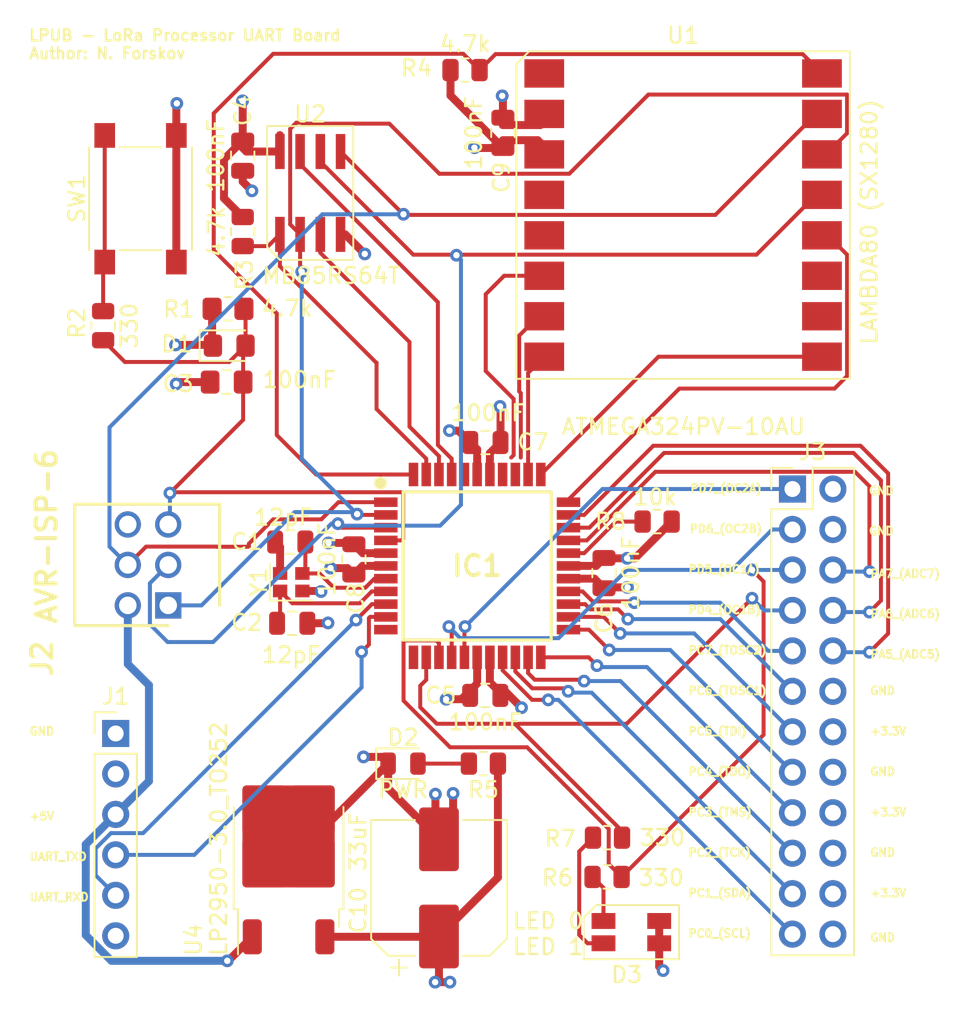
<source format=kicad_pcb>
(kicad_pcb (version 20221018) (generator pcbnew)
  (layers (0 "F.Cu" signal) (1 "In1.Cu" signal) (2 "In2.Cu" signal) (31 "B.Cu" signal) (34 "B.Paste" user) (35 "F.Paste" user) (36 "B.SilkS" user "B.Silkscreen") (37 "F.SilkS" user "F.Silkscreen") (38 "B.Mask" user) (39 "F.Mask" user) (44 "Edge.Cuts" user))
  (net 0 "")
  (net 1 "GND")
  (net 2 "/XTAL2")
  (net 3 "/XTAL1")
  (net 4 "/AVR_RESET")
  (net 5 "+3.3V")
  (net 6 "Net-(D2-A)")
  (net 7 "Net-(D3-A1)")
  (net 8 "Net-(D3-A2)")
  (net 9 "/MOSI")
  (net 10 "/MISO")
  (net 11 "/SCK")
  (net 12 "/UART_RXD")
  (net 13 "/UART_TXD")
  (net 14 "/PD4_(OC1B)")
  (net 15 "/PD5_(OC1A)")
  (net 16 "/PD6_(OC2B)")
  (net 17 "/PD7_(OC2A)")
  (net 18 "/PC0_(SCL)")
  (net 19 "/PC1_(SDA)")
  (net 20 "/PC2_(TCK)")
  (net 21 "/PC3_(TMS)")
  (net 22 "/PC5_(TDI)")
  (net 23 "/PC6_(TOSC1)")
  (net 24 "/PC7_(TOSC2)")
  (net 25 "Net-(IC1-AREF)")
  (net 26 "/PA7_(ADC7)")
  (net 27 "/PA6_(ADC6)")
  (net 28 "/PA5_(ADC5)")
  (net 29 "/LORA_RESET")
  (net 30 "/LORA_DIO3")
  (net 31 "/LORA_DIO2")
  (net 32 "/LORA_DIO1")
  (net 33 "/LORA_BUSY")
  (net 35 "/FRAM_~{HOLD}")
  (net 36 "/FRAM_~{WP}")
  (net 37 "/FRAM_~{CS}")
  (net 38 "/LORA_~{SELECT}")
  (net 40 "+5V")
  (net 47 "Net-(SW1-A)")
  (net 50 "/PC4_(TDO)")
  (footprint "Capacitor_SMD:C_0805_2012Metric" (layer "F.Cu") (at 118.11 91.44)
    (fp_text reference "C5")
    (fp_text value "100nF")
  )
  (footprint "Diode_SMD:D_0805_2012Metric_Pad1.15x1.40mm_HandSolder" (layer "F.Cu") (at 102.0236 69.4864)
    (fp_text reference "D1")
    (fp_text value "D" hide)
  )
  (footprint "DISCO_footprints:LAMBDA80_fp" (layer "F.Cu") (at 130.5434 61.2902 -90)
    (fp_text reference "U1")
    (fp_text value "LAMBDA80 (SX1280)")
  )
  (footprint "Crystal:Crystal_SMD_2016-4Pin_2.0x1.6mm" (layer "F.Cu") (at 105.9198 84.3356)
    (fp_text reference "Y1")
    (fp_text value "Crystal_GND24")
  )
  (footprint "Resistor_SMD:R_0805_2012Metric" (layer "F.Cu") (at 128.91 80.53)
    (fp_text reference "R8")
    (fp_text value "10k")
  )
  (footprint "Capacitor_SMD:C_0805_2012Metric" (layer "F.Cu") (at 105.98 86.91 180)
    (fp_text reference "C2")
    (fp_text value "12pF")
  )
  (footprint "Capacitor_SMD:C_0805_2012Metric" (layer "F.Cu") (at 102.8708 57.5624 -90)
    (fp_text reference "C4")
    (fp_text value "100nF")
  )
  (footprint "Resistor_SMD:R_0805_2012Metric_Pad1.20x1.40mm_HandSolder" (layer "F.Cu") (at 101.947 67.175)
    (fp_text reference "R1")
    (fp_text value "4.7k")
  )
  (footprint "LED_SMD:LED_0805_2012Metric" (layer "F.Cu") (at 112.9439 95.7224)
    (fp_text reference "D2")
    (fp_text value "PWR")
  )
  (footprint "Package_TO_SOT_SMD:TO-252-2" (layer "F.Cu") (at 105.7524 101.553 90)
    (fp_text reference "U4")
    (fp_text value "LP2950-3.0_TO252")
  )
  (footprint "Resistor_SMD:R_0805_2012Metric" (layer "F.Cu") (at 125.7653 102.8344)
    (fp_text reference "R6")
    (fp_text value "330")
  )
  (footprint "DISCO_footprints:dual_LED" (layer "F.Cu") (at 127.29 106.3 -90)
    (fp_text reference "D3")
    (fp_text value "LED_Dual_AAKK" hide)
  )
  (footprint "DISCO_footprints:SW_Push_1P1T_NO_6x6mm_H9.5mm" (layer "F.Cu") (at 96.45 60.265 -90)
    (fp_text reference "SW1")
    (fp_text value "SW_MEC_5G")
  )
  (footprint "Capacitor_SMD:C_0805_2012Metric" (layer "F.Cu") (at 109.855 82.9056 -90)
    (fp_text reference "C8")
    (fp_text value "100nF")
  )
  (footprint "Capacitor_SMD:C_0805_2012Metric_Pad1.18x1.45mm_HandSolder" (layer "F.Cu") (at 101.8587 71.7724 180)
    (fp_text reference "C3")
    (fp_text value "100nF")
  )
  (footprint "Resistor_SMD:R_0805_2012Metric" (layer "F.Cu") (at 117.9943 95.7224 180)
    (fp_text reference "R5")
    (fp_text value "330")
  )
  (footprint "Resistor_SMD:R_0805_2012Metric" (layer "F.Cu") (at 94.1 68.2325 90)
    (fp_text reference "R2")
    (fp_text value "330")
  )
  (footprint "Capacitor_SMD:C_0805_2012Metric" (layer "F.Cu") (at 119.22 56.13 90)
    (fp_text reference "C9")
    (fp_text value "100nF")
  )
  (footprint "Resistor_SMD:R_0805_2012Metric" (layer "F.Cu") (at 125.7926 100.3706)
    (fp_text reference "R7")
    (fp_text value "330")
  )
  (footprint "Connector_PinHeader_2.54mm:PinHeader_1x06_P2.54mm_Vertical" (layer "F.Cu") (at 94.89 93.83)
    (fp_text reference "J1")
    (fp_text value "Conn_01x06_Pin")
  )
  (footprint "Capacitor_SMD:C_0805_2012Metric" (layer "F.Cu") (at 125.5738 83.7654 90)
    (fp_text reference "C6")
    (fp_text value "100nF")
  )
  (footprint "DISCO_footprints:QFP80P1200X1200X120-44N" (layer "F.Cu") (at 117.602 83.312)
    (fp_text reference "IC1")
    (fp_text value "ATMEGA324PA-AU" hide)
  )
  (footprint "Capacitor_SMD:CP_Elec_8x6.2" (layer "F.Cu") (at 115.2022 103.5222 90)
    (fp_text reference "C10")
    (fp_text value "33uF")
  )
  (footprint "Capacitor_SMD:C_0805_2012Metric" (layer "F.Cu") (at 105.8578 81.8122)
    (fp_text reference "C1")
    (fp_text value "12pF")
  )
  (footprint "DISCO_footprints:AVR_ISP_CON" (layer "F.Cu") (at 98.19 85.79 90)
    (fp_text reference "J2")
    (fp_text value "AVR-ISP-6")
  )
  (footprint "Resistor_SMD:R_0805_2012Metric" (layer "F.Cu") (at 116.84 52.19)
    (fp_text reference "R4")
    (fp_text value "4.7k")
  )
  (footprint "DISCO_footprints:FRAM_fujitsu" (layer "F.Cu") (at 107.1126 59.9014)
    (fp_text reference "U2")
    (fp_text value "MB85RS64T")
  )
  (footprint "Capacitor_SMD:C_0805_2012Metric" (layer "F.Cu") (at 118.1202 75.565 180)
    (fp_text reference "C7")
    (fp_text value "100nF")
  )
  (footprint "Connector_PinHeader_2.54mm:PinHeader_2x12_P2.54mm_Vertical" (layer "F.Cu") (at 137.414 78.486)
    (fp_text reference "J3")
    (fp_text value "Conn_02x10_Odd_Even")
  )
  (footprint "Resistor_SMD:R_0805_2012Metric" (layer "F.Cu") (at 102.8708 62.3255 -90)
    (fp_text reference "R3")
    (fp_text value "4.7k")
  )
  (gr_text "PC6_(TOSC1)" (at 130.81 91.44) (layer "F.SilkS") (effects (font (size 0.5 0.5) (thickness 0.125)) (justify left bottom)))
  (gr_text "+5V" (at 89.408 99.314) (layer "F.SilkS") (effects (font (size 0.5 0.5) (thickness 0.125)) (justify left bottom)))
  (gr_text "PC7_(TOSC2)" (at 130.81 88.9) (layer "F.SilkS") (effects (font (size 0.5 0.5) (thickness 0.125)) (justify left bottom)))
  (gr_text "PA5_(ADC5)" (at 142.24 89.154) (layer "F.SilkS") (effects (font (size 0.5 0.5) (thickness 0.125)) (justify left bottom)))
  (gr_text "GND" (at 89.408 93.98) (layer "F.SilkS") (effects (font (size 0.5 0.5) (thickness 0.125)) (justify left bottom)))
  (gr_text "UART_TXD" (at 89.408 101.854) (layer "F.SilkS") (effects (font (size 0.5 0.5) (thickness 0.125)) (justify left bottom)))
  (gr_text "PA6_(ADC6)" (at 142.24 86.614) (layer "F.SilkS") (effects (font (size 0.5 0.5) (thickness 0.125)) (justify left bottom)))
  (gr_text "+3.3V" (at 142.24 99.06) (layer "F.SilkS") (effects (font (size 0.5 0.5) (thickness 0.125)) (justify left bottom)))
  (gr_text "GND" (at 142.15 81.41) (layer "F.SilkS") (effects (font (size 0.5 0.5) (thickness 0.125)) (justify left bottom)))
  (gr_text "+3.3V" (at 142.24 93.98) (layer "F.SilkS") (effects (font (size 0.5 0.5) (thickness 0.125)) (justify left bottom)))
  (gr_text "PC0_(SCL)" (at 130.81 106.68) (layer "F.SilkS") (effects (font (size 0.5 0.5) (thickness 0.125)) (justify left bottom)))
  (gr_text "GND" (at 142.24 91.44) (layer "F.SilkS") (effects (font (size 0.5 0.5) (thickness 0.125)) (justify left bottom)))
  (gr_text "GND" (at 142.24 96.52) (layer "F.SilkS") (effects (font (size 0.5 0.5) (thickness 0.125)) (justify left bottom)))
  (gr_text "ATMEGA324PV-10AU" (at 122.825 75.15) (layer "F.SilkS") (effects (font (size 1 1)) (justify left bottom)))
  (gr_text "PD7_(OC2A)" (at 130.93 78.74) (layer "F.SilkS") (effects (font (size 0.5 0.5) (thickness 0.125)) (justify left bottom)))
  (gr_text "UART_RXD" (at 89.408 104.394) (layer "F.SilkS") (effects (font (size 0.5 0.5) (thickness 0.125)) (justify left bottom)))
  (gr_text "PD5_(OC1A)" (at 130.81 83.82) (layer "F.SilkS") (effects (font (size 0.5 0.5) (thickness 0.125)) (justify left bottom)))
  (gr_text "GND" (at 142.15 78.89) (layer "F.SilkS") (effects (font (size 0.5 0.5) (thickness 0.125)) (justify left bottom)))
  (gr_text "PC3_(TMS)" (at 130.81 99.06) (layer "F.SilkS") (effects (font (size 0.5 0.5) (thickness 0.125)) (justify left bottom)))
  (gr_text "PD4_(OC1B)" (at 130.81 86.36) (layer "F.SilkS") (effects (font (size 0.5 0.5) (thickness 0.125)) (justify left bottom)))
  (gr_text "LPUB - LoRa Processor UART Board\nAuthor: N. Forskov" (at 89.375 51.55) (layer "F.SilkS") (effects (font (size 0.7 0.7)) (justify left bottom)))
  (gr_text "+3.3V" (at 142.24 104.14) (layer "F.SilkS") (effects (font (size 0.5 0.5) (thickness 0.125)) (justify left bottom)))
  (gr_text "PC1_(SDA)" (at 130.81 104.14) (layer "F.SilkS") (effects (font (size 0.5 0.5) (thickness 0.125)) (justify left bottom)))
  (gr_text "GND" (at 142.24 106.934) (layer "F.SilkS") (effects (font (size 0.5 0.5) (thickness 0.125)) (justify left bottom)))
  (gr_text "PA7_(ADC7)" (at 142.24 84.1) (layer "F.SilkS") (effects (font (size 0.5 0.5) (thickness 0.125)) (justify left bottom)))
  (gr_text "PC4_(TDO)" (at 130.81 96.52) (layer "F.SilkS") (effects (font (size 0.5 0.5) (thickness 0.125)) (justify left bottom)))
  (gr_text "PC2_(TCK)" (at 130.81 101.6) (layer "F.SilkS") (effects (font (size 0.5 0.5) (thickness 0.125)) (justify left bottom)))
  (gr_text "PC5_(TDI)" (at 130.81 93.98) (layer "F.SilkS") (effects (font (size 0.5 0.5) (thickness 0.125)) (justify left bottom)))
  (gr_text "LED 0\nLED 1" (at 119.75 107.8) (layer "F.SilkS") (effects (font (size 1 1)) (justify left bottom)))
  (gr_text "GND" (at 142.24 101.6) (layer "F.SilkS") (effects (font (size 0.5 0.5) (thickness 0.125)) (justify left bottom)))
  (gr_text "PD6_(OC2B)" (at 130.89 81.28) (layer "F.SilkS") (effects (font (size 0.5 0.5) (thickness 0.125)) (justify left bottom)))
  (segment (start 125.5738 82.8154) (end 125.0772 83.312) (width 0.5) (layer "F.Cu") (net 1))
  (segment (start 110.46 95.3) (end 111.584 95.3) (width 0.5) (layer "F.Cu") (net 1))
  (segment (start 102.8708 58.5124) (end 102.8708 59.1908) (width 0.5) (layer "F.Cu") (net 1))
  (segment (start 114.98 100.25) (end 115.2022 100.4722) (width 0.5) (layer "F.Cu") (net 1))
  (segment (start 109.3114 62.5014) (end 110.54 63.73) (width 0.5) (layer "F.Cu") (net 1))
  (segment (start 98.7 64.24) (end 98.7 56.29) (width 0.5) (layer "F.Cu") (net 1))
  (segment (start 111.584 95.3) (end 112.0064 95.7224) (width 0.5) (layer "F.Cu") (net 1))
  (segment (start 117.1702 75.565) (end 117.602 75.9968) (width 0.5) (layer "F.Cu") (net 1))
  (segment (start 129.04 107) (end 129.04 108.466) (width 0.5) (layer "F.Cu") (net 1))
  (segment (start 112.0064 95.7224) (end 107.4358 100.293) (width 0.5) (layer "F.Cu") (net 1))
  (segment (start 129.04 108.466) (end 129.286 108.712) (width 0.5) (layer "F.Cu") (net 1))
  (segment (start 114.98 97.64) (end 114.98 100.25) (width 0.5) (layer "F.Cu") (net 1))
  (segment (start 108.21 86.91) (end 108.23 86.89) (width 0.5) (layer "F.Cu") (net 1))
  (segment (start 112.0064 97.2764) (end 112.0064 95.7224) (width 0.5) (layer "F.Cu") (net 1))
  (segment (start 119.3836 91.2036) (end 120.39 92.21) (width 0.5) (layer "F.Cu") (net 1))
  (segment (start 108.39 83.45) (end 109.4494 83.45) (width 0.5) (layer "F.Cu") (net 1))
  (segment (start 125.0772 83.312) (end 123.34 83.312) (width 0.5) (layer "F.Cu") (net 1))
  (segment (start 116.09 99.5844) (end 115.2022 100.4722) (width 0.5) (layer "F.Cu") (net 1))
  (segment (start 129.04 105.6) (end 129.04 107) (width 0.5) (layer "F.Cu") (net 1))
  (segment (start 98.8076 71.7724) (end 98.69 71.89) (width 0.5) (layer "F.Cu") (net 1))
  (segment (start 115.2022 100.4722) (end 112.0064 97.2764) (width 0.5) (layer "F.Cu") (net 1))
  (segment (start 98.7 56.29) (end 98.7 54.31) (width 0.5) (layer "F.Cu") (net 1))
  (segment (start 127.5167 82.8358) (end 127.0216 82.8358) (width 0.5) (layer "F.Cu") (net 1))
  (segment (start 119.2114 55.64) (end 121.57 55.64) (width 0.5) (layer "F.Cu") (net 1))
  (segment (start 107.4358 100.293) (end 105.7524 100.293) (width 0.5) (layer "F.Cu") (net 1))
  (segment (start 116.09 97.59) (end 116.09 99.5844) (width 0.5) (layer "F.Cu") (net 1))
  (segment (start 125.5942 82.8358) (end 125.5738 82.8154) (width 0.5) (layer "F.Cu") (net 1))
  (segment (start 105.2198 83.7856) (end 105.2198 82.1242) (width 0.5) (layer "F.Cu") (net 1))
  (segment (start 105.2198 82.1242) (end 104.9078 81.8122) (width 0.5) (layer "F.Cu") (net 1))
  (segment (start 118.994 91.2036) (end 119.3836 91.2036) (width 0.5) (layer "F.Cu") (net 1))
  (segment (start 109.4494 83.45) (end 109.855 83.8556) (width 0.5) (layer "F.Cu") (net 1))
  (segment (start 118.402 90.6116) (end 118.402 89.05) (width 0.5) (layer "F.Cu") (net 1))
  (segment (start 109.0176 62.5014) (end 109.3114 62.5014) (width 0.5) (layer "F.Cu") (net 1))
  (segment (start 107.7556 84.8856) (end 107.79 84.92) (width 0.5) (layer "F.Cu") (net 1))
  (segment (start 121.57 55.64) (end 121.8098 55.4002) (width 0.5) (layer "F.Cu") (net 1))
  (segment (start 98.7 54.31) (end 98.73 54.28) (width 0.5) (layer "F.Cu") (net 1))
  (segment (start 106.6198 84.8856) (end 107.7556 84.8856) (width 0.5) (layer "F.Cu") (net 1))
  (segment (start 117.602 75.9968) (end 117.602 77.574) (width 0.5) (layer "F.Cu") (net 1))
  (segment (start 119.22 53.8494) (end 119.1766 53.806) (width 0.5) (layer "F.Cu") (net 1))
  (segment (start 109.855 83.8556) (end 110.3986 83.312) (width 0.5) (layer "F.Cu") (net 1))
  (segment (start 119.22 55.18) (end 119.22 53.8494) (width 0.5) (layer "F.Cu") (net 1))
  (segment (start 100.8212 71.7724) (end 98.8076 71.7724) (width 0.5) (layer "F.Cu") (net 1))
  (segment (start 127.0216 82.8358) (end 125.5942 82.8358) (width 0.5) (layer "F.Cu") (net 1))
  (segment (start 116.4252 74.82) (end 117.1702 75.565) (width 0.5) (layer "F.Cu") (net 1))
  (segment (start 102.8708 59.1908) (end 103.45 59.77) (width 0.5) (layer "F.Cu") (net 1))
  (segment (start 115.86 74.82) (end 116.4252 74.82) (width 0.5) (layer "F.Cu") (net 1))
  (segment (start 129.8225 80.53) (end 127.5167 82.8358) (width 0.5) (layer "F.Cu") (net 1))
  (segment (start 118.994 91.2036) (end 118.402 90.6116) (width 0.5) (layer "F.Cu") (net 1))
  (segment (start 106.93 86.91) (end 108.21 86.91) (width 0.5) (layer "F.Cu") (net 1))
  (segment (start 94.89 93.83) (end 94.375 93.315) (width 0.5) (layer "F.Cu") (net 1))
  (segment (start 110.3986 83.312) (end 111.864 83.312) (width 0.5) (layer "F.Cu") (net 1))
  (via (at 103.45 59.77) (size 0.8) (drill 0.4) (layers "F.Cu" "B.Cu") (net 1))
  (via (at 110.46 95.3) (size 0.8) (drill 0.4) (layers "F.Cu" "B.Cu") (net 1))
  (via (at 108.39 83.45) (size 0.8) (drill 0.4) (layers "F.Cu" "B.Cu") (net 1))
  (via (at 119.1766 53.806) (size 0.8) (drill 0.4) (layers "F.Cu" "B.Cu") (net 1))
  (via (at 129.286 108.712) (size 0.8) (drill 0.4) (layers "F.Cu" "B.Cu") (net 1))
  (via (at 127.0216 82.8358) (size 0.8) (drill 0.4) (layers "F.Cu" "B.Cu") (net 1))
  (via (at 115.86 74.82) (size 0.8) (drill 0.4) (layers "F.Cu" "B.Cu") (net 1))
  (via (at 98.69 71.89) (size 0.8) (drill 0.4) (layers "F.Cu" "B.Cu") (net 1))
  (via (at 107.79 84.92) (size 0.8) (drill 0.4) (layers "F.Cu" "B.Cu") (net 1))
  (via (at 114.98 97.64) (size 0.8) (drill 0.4) (layers "F.Cu" "B.Cu") (net 1))
  (via (at 98.73 54.28) (size 0.8) (drill 0.4) (layers "F.Cu" "B.Cu") (net 1))
  (via (at 120.39 92.21) (size 0.8) (drill 0.4) (layers "F.Cu" "B.Cu") (net 1))
  (via (at 108.23 86.89) (size 0.8) (drill 0.4) (layers "F.Cu" "B.Cu") (net 1))
  (via (at 116.09 97.59) (size 0.8) (drill 0.4) (layers "F.Cu" "B.Cu") (net 1))
  (via (at 110.54 63.73) (size 0.8) (drill 0.4) (layers "F.Cu" "B.Cu") (net 1))
  (segment (start 111.1437 84.112) (end 111.864 84.112) (width 0.25) (layer "F.Cu") (net 2))
  (segment (start 110.5751 84.6806) (end 111.1437 84.112) (width 0.25) (layer "F.Cu") (net 2))
  (segment (start 106.6198 83.7856) (end 107.700295 83.7856) (width 0.25) (layer "F.Cu") (net 2))
  (segment (start 106.8078 81.8122) (end 106.8078 83.5976) (width 0.25) (layer "F.Cu") (net 2))
  (segment (start 108.595295 84.6806) (end 110.5751 84.6806) (width 0.25) (layer "F.Cu") (net 2))
  (segment (start 107.700295 83.7856) (end 108.595295 84.6806) (width 0.25) (layer "F.Cu") (net 2))
  (segment (start 106.8078 83.5976) (end 106.6198 83.7856) (width 0.25) (layer "F.Cu") (net 2))
  (segment (start 105.2198 84.8856) (end 105.9942 85.66) (width 0.25) (layer "F.Cu") (net 3))
  (segment (start 105.2198 86.7202) (end 105.03 86.91) (width 0.25) (layer "F.Cu") (net 3))
  (segment (start 105.9942 85.66) (end 110.232096 85.66) (width 0.25) (layer "F.Cu") (net 3))
  (segment (start 110.980096 84.912) (end 111.864 84.912) (width 0.25) (layer "F.Cu") (net 3))
  (segment (start 110.232096 85.66) (end 110.980096 84.912) (width 0.25) (layer "F.Cu") (net 3))
  (segment (start 105.2198 84.8856) (end 105.2198 86.7202) (width 0.25) (layer "F.Cu") (net 3))
  (segment (start 98.351 78.687) (end 98.298 78.74) (width 0.25) (layer "F.Cu") (net 4))
  (segment (start 102.8962 71.7724) (end 102.8962 74.1418) (width 0.25) (layer "F.Cu") (net 4))
  (segment (start 103.0486 69.4864) (end 103.0486 67.2766) (width 0.25) (layer "F.Cu") (net 4))
  (segment (start 112.927 78.687) (end 98.351 78.687) (width 0.25) (layer "F.Cu") (net 4))
  (segment (start 112.95 78.71) (end 112.927 78.687) (width 0.25) (layer "F.Cu") (net 4))
  (segment (start 102.8962 69.6388) (end 103.0486 69.4864) (width 0.25) (layer "F.Cu") (net 4))
  (segment (start 102.8962 74.1418) (end 98.298 78.74) (width 0.25) (layer "F.Cu") (net 4))
  (segment (start 94.1 69.145) (end 95.4664 70.5114) (width 0.25) (layer "F.Cu") (net 4))
  (segment (start 112.8515 81.712) (end 112.95 81.6135) (width 0.25) (layer "F.Cu") (net 4))
  (segment (start 95.4664 70.5114) (end 102.0236 70.5114) (width 0.25) (layer "F.Cu") (net 4))
  (segment (start 111.864 81.712) (end 112.8515 81.712) (width 0.25) (layer "F.Cu") (net 4))
  (segment (start 102.0236 70.5114) (end 103.0486 69.4864) (width 0.25) (layer "F.Cu") (net 4))
  (segment (start 102.8962 71.7724) (end 102.8962 69.6388) (width 0.25) (layer "F.Cu") (net 4))
  (segment (start 112.95 81.6135) (end 112.95 78.71) (width 0.25) (layer "F.Cu") (net 4))
  (segment (start 103.0486 67.2766) (end 102.947 67.175) (width 0.25) (layer "F.Cu") (net 4))
  (via (at 98.298 78.74) (size 0.8) (drill 0.4) (layers "F.Cu" "B.Cu") (net 4))
  (segment (start 98.298 78.74) (end 98.298 80.602) (width 0.25) (layer "B.Cu") (net 4))
  (segment (start 98.298 80.602) (end 98.19 80.71) (width 0.25) (layer "B.Cu") (net 4))
  (segment (start 108.0324 106.593) (end 115.1814 106.593) (width 0.5) (layer "F.Cu") (net 5))
  (segment (start 114.96 109.44) (end 115.89 109.44) (width 0.5) (layer "F.Cu") (net 5))
  (segment (start 115.9275 52.19) (end 115.9275 53.7875) (width 0.5) (layer "F.Cu") (net 5))
  (segment (start 115.2022 106.5722) (end 118.9068 102.8676) (width 0.5) (layer "F.Cu") (net 5))
  (segment (start 117.602 90.6956) (end 117.602 89.05) (width 0.5) (layer "F.Cu") (net 5))
  (segment (start 118.402 76.2332) (end 118.402 77.574) (width 0.5) (layer "F.Cu") (net 5))
  (segment (start 102.8708 56.6124) (end 102.8708 57.0708) (width 0.5) (layer "F.Cu") (net 5))
  (segment (start 100.9522 69.44) (end 100.9986 69.4864) (width 0.5) (layer "F.Cu") (net 5))
  (segment (start 115.9275 53.7875) (end 119.22 57.08) (width 0.5) (layer "F.Cu") (net 5))
  (segment (start 109.855 81.9556) (end 110.4114 82.512) (width 0.5) (layer "F.Cu") (net 5))
  (segment (start 101.6958 60.238) (end 101.6958 57.7874) (width 0.5) (layer "F.Cu") (net 5))
  (segment (start 117.094 91.2036) (end 117.602 90.6956) (width 0.5) (layer "F.Cu") (net 5))
  (segment (start 118.9068 102.8676) (end 118.9068 95.7224) (width 0.5) (layer "F.Cu") (net 5))
  (segment (start 125.5738 84.7154) (end 124.9704 84.112) (width 0.5) (layer "F.Cu") (net 5))
  (segment (start 119.0702 75.565) (end 118.402 76.2332) (width 0.5) (layer "F.Cu") (net 5))
  (segment (start 115.2022 106.5722) (end 115.2022 109.1978) (width 0.5) (layer "F.Cu") (net 5))
  (segment (start 119.0702 73.3302) (end 119.04 73.3) (width 0.5) (layer "F.Cu") (net 5))
  (segment (start 98.65 69.44) (end 100.9522 69.44) (width 0.5) (layer "F.Cu") (net 5))
  (segment (start 101.6958 57.7874) (end 102.8708 56.6124) (width 0.5) (layer "F.Cu") (net 5))
  (segment (start 103.1014 57.3014) (end 105.2076 57.3014) (width 0.5) (layer "F.Cu") (net 5))
  (segment (start 102.8708 56.6124) (end 102.8708 54.1308) (width 0.5) (layer "F.Cu") (net 5))
  (segment (start 121.4098 56.5898) (end 121.81 56.99) (width 0.5) (layer "F.Cu") (net 5))
  (segment (start 100.947 67.175) (end 100.947 69.4348) (width 0.5) (layer "F.Cu") (net 5))
  (segment (start 119.2116 56.5898) (end 121.4098 56.5898) (width 0.5) (layer "F.Cu") (net 5))
  (segment (start 115.1814 106.593) (end 115.2022 106.5722) (width 0.5) (layer "F.Cu") (net 5))
  (segment (start 115.2022 109.1978) (end 114.96 109.44) (width 0.5) (layer "F.Cu") (net 5))
  (segment (start 100.947 69.4348) (end 100.9986 69.4864) (width 0.5) (layer "F.Cu") (net 5))
  (segment (start 105.2076 56.2714) (end 105.2076 57.3014) (width 0.5) (layer "F.Cu") (net 5))
  (segment (start 108.26 81.87) (end 109.7694 81.87) (width 0.5) (layer "F.Cu") (net 5))
  (segment (start 102.8708 54.1308) (end 102.86 54.12) (width 0.5) (layer "F.Cu") (net 5))
  (segment (start 124.9704 84.112) (end 123.34 84.112) (width 0.5) (layer "F.Cu") (net 5))
  (segment (start 125.6292 84.66) (end 125.5738 84.7154) (width 0.5) (layer "F.Cu") (net 5))
  (segment (start 110.4114 82.512) (end 111.864 82.512) (width 0.5) (layer "F.Cu") (net 5))
  (segment (start 115.65 91.68) (end 116.6176 91.68) (width 0.5) (layer "F.Cu") (net 5))
  (segment (start 119.22 57.08) (end 117.45 57.08) (width 0.5) (layer "F.Cu") (net 5))
  (segment (start 127.05 84.66) (end 125.6292 84.66) (width 0.5) (layer "F.Cu") (net 5))
  (segment (start 102.8708 57.0708) (end 103.1014 57.3014) (width 0.5) (layer "F.Cu") (net 5))
  (segment (start 109.7694 81.87) (end 109.855 81.9556) (width 0.5) (layer "F.Cu") (net 5))
  (segment (start 102.8708 61.413) (end 102.8708 61.528622) (width 0.5) (layer "F.Cu") (net 5))
  (segment (start 119.0702 75.565) (end 119.0702 73.3302) (width 0.5) (layer "F.Cu") (net 5))
  (segment (start 116.6176 91.68) (end 117.094 91.2036) (width 0.5) (layer "F.Cu") (net 5))
  (segment (start 102.8708 61.413) (end 101.6958 60.238) (width 0.5) (layer "F.Cu") (net 5))
  (segment (start 117.45 57.08) (end 117.43 57.06) (width 0.5) (layer "F.Cu") (net 5))
  (via (at 117.43 57.06) (size 0.8) (drill 0.4) (layers "F.Cu" "B.Cu") (net 5))
  (via (at 115.89 109.44) (size 0.8) (drill 0.4) (layers "F.Cu" "B.Cu") (net 5))
  (via (at 108.26 81.87) (size 0.8) (drill 0.4) (layers "F.Cu" "B.Cu") (net 5))
  (via (at 102.86 54.12) (size 0.8) (drill 0.4) (layers "F.Cu" "B.Cu") (net 5))
  (via (at 115.65 91.68) (size 0.8) (drill 0.4) (layers "F.Cu" "B.Cu") (net 5))
  (via (at 114.96 109.44) (size 0.8) (drill 0.4) (layers "F.Cu" "B.Cu") (net 5))
  (via (at 119.04 73.3) (size 0.8) (drill 0.4) (layers "F.Cu" "B.Cu") (net 5))
  (via (at 98.65 69.44) (size 0.8) (drill 0.4) (layers "F.Cu" "B.Cu") (net 5))
  (via (at 127.05 84.66) (size 0.8) (drill 0.4) (layers "F.Cu" "B.Cu") (net 5))
  (segment (start 117.0818 95.7224) (end 113.8814 95.7224) (width 0.25) (layer "F.Cu") (net 6))
  (segment (start 125.54 103.5216) (end 124.8528 102.8344) (width 0.25) (layer "F.Cu") (net 7))
  (segment (start 125.54 105.6) (end 125.54 103.5216) (width 0.25) (layer "F.Cu") (net 7))
  (segment (start 124.0153 101.2354) (end 124.8801 100.3706) (width 0.25) (layer "F.Cu") (net 8))
  (segment (start 124.0153 106.4753) (end 124.0153 101.2354) (width 0.25) (layer "F.Cu") (net 8))
  (segment (start 124.54 107) (end 124.0153 106.4753) (width 0.25) (layer "F.Cu") (net 8))
  (segment (start 125.54 107) (end 124.54 107) (width 0.25) (layer "F.Cu") (net 8))
  (segment (start 112.97 61.24) (end 112.9562 61.24) (width 0.25) (layer "F.Cu") (net 9))
  (segment (start 104.7849 80.39) (end 103.26 81.9149) (width 0.25) (layer "F.Cu") (net 9))
  (segment (start 108.888 79.312) (end 107.81 80.39) (width 0.25) (layer "F.Cu") (net 9))
  (segment (start 101.253604 82.11) (end 101.243604 82.1) (width 0.25) (layer "F.Cu") (net 9))
  (segment (start 112.9962 61.28) (end 112.97 61.2538) (width 0.25) (layer "F.Cu") (net 9))
  (segment (start 96.8 82.1) (end 101.243604 82.1) (width 0.25) (layer "F.Cu") (net 9))
  (segment (start 107.81 80.39) (end 104.7849 80.39) (width 0.25) (layer "F.Cu") (net 9))
  (segment (start 112.97 61.2538) (end 112.97 61.24) (width 0.25) (layer "F.Cu") (net 9))
  (segment (start 111.864 79.312) (end 108.888 79.312) (width 0.25) (layer "F.Cu") (net 9))
  (segment (start 138.9084 54.9402) (end 132.5686 61.28) (width 0.25) (layer "F.Cu") (net 9))
  (segment (start 103.26 81.9149) (end 103.26 82.11) (width 0.25) (layer "F.Cu") (net 9))
  (segment (start 139.2684 54.9402) (end 138.9084 54.9402) (width 0.25) (layer "F.Cu") (net 9))
  (segment (start 95.65 83.25) (end 96.8 82.1) (width 0.25) (layer "F.Cu") (net 9))
  (segment (start 103.26 82.11) (end 101.253604 82.11) (width 0.25) (layer "F.Cu") (net 9))
  (segment (start 132.5686 61.28) (end 112.9962 61.28) (width 0.25) (layer "F.Cu") (net 9))
  (segment (start 112.9562 61.24) (end 109.0176 57.3014) (width 0.25) (layer "F.Cu") (net 9))
  (via (at 112.97 61.24) (size 0.8) (drill 0.4) (layers "F.Cu" "B.Cu") (net 9))
  (segment (start 112.97 61.24) (end 107.875305 61.24) (width 0.25) (layer "B.Cu") (net 9))
  (segment (start 107.875305 61.24) (end 94.5 74.615305) (width 0.25) (layer "B.Cu") (net 9))
  (segment (start 94.5 82.1) (end 95.65 83.25) (width 0.25) (layer "B.Cu") (net 9))
  (segment (start 94.5 74.615305) (end 94.5 82.1) (width 0.25) (layer "B.Cu") (net 9))
  (segment (start 139.2684 57.4802) (end 139.5184 57.4802) (width 0.25) (layer "F.Cu") (net 10))
  (segment (start 110.112 80.112) (end 110.06 80.06) (width 0.25) (layer "F.Cu") (net 10))
  (segment (start 111.864 80.112) (end 110.112 80.112) (width 0.25) (layer "F.Cu") (net 10))
  (segment (start 106.4776 62.5014) (end 106.4776 64.7476) (width 0.25) (layer "F.Cu") (net 10))
  (segment (start 128.3634 53.7252) (end 123.3934 58.6952) (width 0.25) (layer "F.Cu") (net 10))
  (segment (start 140.8434 56.1552) (end 140.8434 53.7252) (width 0.25) (layer "F.Cu") (net 10))
  (segment (start 106.239 55.49) (end 105.8526 55.8764) (width 0.25) (layer "F.Cu") (net 10))
  (segment (start 115.2252 58.6952) (end 112.08 55.55) (width 0.25) (layer "F.Cu") (net 10))
  (segment (start 139.5184 57.4802) (end 140.8434 56.1552) (width 0.25) (layer "F.Cu") (net 10))
  (segment (start 106.58 55.49) (end 106.239 55.49) (width 0.25) (layer "F.Cu") (net 10))
  (segment (start 105.8526 55.8764) (end 105.8526 61.8764) (width 0.25) (layer "F.Cu") (net 10))
  (segment (start 140.8434 53.7252) (end 128.3634 53.7252) (width 0.25) (layer "F.Cu") (net 10))
  (segment (start 123.3934 58.6952) (end 115.2252 58.6952) (width 0.25) (layer "F.Cu") (net 10))
  (segment (start 106.64 55.55) (end 106.58 55.49) (width 0.25) (layer "F.Cu") (net 10))
  (segment (start 106.4776 64.7476) (end 106.58 64.85) (width 0.25) (layer "F.Cu") (net 10))
  (segment (start 110.06 80.06) (end 109.935 79.935) (width 0.25) (layer "F.Cu") (net 10))
  (segment (start 105.8526 61.8764) (end 106.4776 62.5014) (width 0.25) (layer "F.Cu") (net 10))
  (segment (start 112.08 55.55) (end 106.64 55.55) (width 0.25) (layer "F.Cu") (net 10))
  (via (at 106.58 64.85) (size 0.8) (drill 0.4) (layers "F.Cu" "B.Cu") (net 10))
  (via (at 110.06 80.06) (size 0.8) (drill 0.4) (layers "F.Cu" "B.Cu") (net 10))
  (segment (start 110.06 80.06) (end 109.935 79.935) (width 0.25) (layer "B.Cu") (net 10))
  (segment (start 109.935 79.935) (end 106.135 79.935) (width 0.25) (layer "B.Cu") (net 10))
  (segment (start 100.28 85.79) (end 98.19 85.79) (width 0.25) (layer "B.Cu") (net 10))
  (segment (start 106.58 64.85) (end 106.58 76.58) (width 0.25) (layer "B.Cu") (net 10))
  (segment (start 106.135 79.935) (end 100.28 85.79) (width 0.25) (layer "B.Cu") (net 10))
  (segment (start 106.58 76.58) (end 110.06 80.06) (width 0.25) (layer "B.Cu") (net 10))
  (segment (start 111.864 80.912) (end 109.102 80.912) (width 0.25) (layer "F.Cu") (net 11))
  (segment (start 139.2684 60.0202) (end 138.9084 60.0202) (width 0.25) (layer "F.Cu") (net 11))
  (segment (start 138.9084 60.0202) (end 135.1534 63.7752) (width 0.25) (layer "F.Cu") (net 11))
  (segment (start 135.1534 63.7752) (end 116.3348 63.7752) (width 0.25) (layer "F.Cu") (net 11))
  (segment (start 109.102 80.912) (end 108.85 80.66) (width 0.25) (layer "F.Cu") (net 11))
  (segment (start 107.7476 57.9376) (end 107.7476 57.3014) (width 0.25) (layer "F.Cu") (net 11))
  (segment (start 116.2652 63.7752) (end 113.5852 63.7752) (width 0.25) (layer "F.Cu") (net 11))
  (segment (start 113.5852 63.7752) (end 107.7476 57.9376) (width 0.25) (layer "F.Cu") (net 11))
  (segment (start 116.3348 63.7752) (end 116.3 63.81) (width 0.25) (layer "F.Cu") (net 11))
  (segment (start 116.3 63.81) (end 116.2652 63.7752) (width 0.25) (layer "F.Cu") (net 11))
  (via (at 108.85 80.66) (size 0.8) (drill 0.4) (layers "F.Cu" "B.Cu") (net 11))
  (via (at 116.3 63.81) (size 0.8) (drill 0.4) (layers "F.Cu" "B.Cu") (net 11))
  (segment (start 98.15 88.09) (end 97.04 86.98) (width 0.25) (layer "B.Cu") (net 11))
  (segment (start 115.275 80.785) (end 108.975 80.785) (width 0.25) (layer "B.Cu") (net 11))
  (segment (start 116.3 63.81) (end 116.585 64.095) (width 0.25) (layer "B.Cu") (net 11))
  (segment (start 108.85 80.66) (end 108.444695 80.66) (width 0.25) (layer "B.Cu") (net 11))
  (segment (start 116.585 79.475) (end 115.275 80.785) (width 0.25) (layer "B.Cu") (net 11))
  (segment (start 97.04 86.98) (end 97.04 84.4) (width 0.25) (layer "B.Cu") (net 11))
  (segment (start 116.585 64.095) (end 116.585 79.475) (width 0.25) (layer "B.Cu") (net 11))
  (segment (start 101.014695 88.09) (end 98.15 88.09) (width 0.25) (layer "B.Cu") (net 11))
  (segment (start 108.444695 80.66) (end 101.014695 88.09) (width 0.25) (layer "B.Cu") (net 11))
  (segment (start 108.975 80.785) (end 108.85 80.66) (width 0.25) (layer "B.Cu") (net 11))
  (segment (start 97.04 84.4) (end 98.19 83.25) (width 0.25) (layer "B.Cu") (net 11))
  (segment (start 110.988 85.712) (end 111.864 85.712) (width 0.25) (layer "F.Cu") (net 12))
  (segment (start 109.99 86.71) (end 110.988 85.712) (width 0.25) (layer "F.Cu") (net 12))
  (via (at 109.99 86.71) (size 0.8) (drill 0.4) (layers "F.Cu" "B.Cu") (net 12))
  (segment (start 94.593299 100.085) (end 93.63 101.048299) (width 0.25) (layer "B.Cu") (net 12))
  (segment (start 109.99 86.71) (end 96.615 100.085) (width 0.25) (layer "B.Cu") (net 12))
  (segment (start 93.63 101.048299) (end 93.63 102.73) (width 0.25) (layer "B.Cu") (net 12))
  (segment (start 93.63 102.73) (end 94.89 103.99) (width 0.25) (layer "B.Cu") (net 12))
  (segment (start 96.615 100.085) (end 94.593299 100.085) (width 0.25) (layer "B.Cu") (net 12))
  (segment (start 110.8765 86.512) (end 111.864 86.512) (width 0.25) (layer "F.Cu") (net 13))
  (segment (start 110.8015 86.587) (end 110.8765 86.512) (width 0.25) (layer "F.Cu") (net 13))
  (segment (start 110.8015 88.2485) (end 110.8015 86.587) (width 0.25) (layer "F.Cu") (net 13))
  (segment (start 110.34 88.71) (end 110.8015 88.2485) (width 0.25) (layer "F.Cu") (net 13))
  (via (at 110.34 88.71) (size 0.8) (drill 0.4) (layers "F.Cu" "B.Cu") (net 13))
  (segment (start 99.83 101.45) (end 94.89 101.45) (width 0.25) (layer "B.Cu") (net 13))
  (segment (start 110.34 88.71) (end 110.34 90.94) (width 0.25) (layer "B.Cu") (net 13))
  (segment (start 110.34 90.94) (end 99.83 101.45) (width 0.25) (layer "B.Cu") (net 13))
  (segment (start 114.402 90.459903) (end 114.025 90.836903) (width 0.25) (layer "F.Cu") (net 14))
  (segment (start 114.402 89.05) (end 114.402 90.459903) (width 0.25) (layer "F.Cu") (net 14))
  (segment (start 134.874 85.344) (end 126.998 93.22) (width 0.25) (layer "F.Cu") (net 14))
  (segment (start 114.025 90.836903) (end 114.025 92.183097) (width 0.25) (layer "F.Cu") (net 14))
  (segment (start 119.634 93.22) (end 119.97 93.22) (width 0.25) (layer "F.Cu") (net 14))
  (segment (start 126.7051 99.9551) (end 126.7051 100.3706) (width 0.25) (layer "F.Cu") (net 14))
  (segment (start 119.97 93.22) (end 126.7051 99.9551) (width 0.25) (layer "F.Cu") (net 14))
  (segment (start 115.061903 93.22) (end 119.634 93.22) (width 0.25) (layer "F.Cu") (net 14))
  (segment (start 126.998 93.22) (end 119.634 93.22) (width 0.25) (layer "F.Cu") (net 14))
  (segment (start 114.025 92.183097) (end 115.061903 93.22) (width 0.25) (layer "F.Cu") (net 14))
  (via (at 134.874 85.344) (size 0.8) (drill 0.4) (layers "F.Cu" "B.Cu") (net 14))
  (segment (start 135.636 86.106) (end 137.414 86.106) (width 0.25) (layer "B.Cu") (net 14))
  (segment (start 134.874 85.344) (end 135.636 86.106) (width 0.25) (layer "B.Cu") (net 14))
  (segment (start 115.202 88.1625) (end 115.027 87.9875) (width 0.25) (layer "F.Cu") (net 15))
  (segment (start 134.874 83.566) (end 135.599 84.291) (width 0.25) (layer "F.Cu") (net 15))
  (segment (start 115.027 87.9875) (end 112.977 87.9875) (width 0.25) (layer "F.Cu") (net 15))
  (segment (start 112.977 87.9875) (end 112.977 91.771493) (width 0.25) (layer "F.Cu") (net 15))
  (segment (start 115.902907 94.6974) (end 120.7395 94.6974) (width 0.25) (layer "F.Cu") (net 15))
  (segment (start 120.7395 94.6974) (end 125.8676 99.8255) (width 0.25) (layer "F.Cu") (net 15))
  (segment (start 112.977 91.771493) (end 115.902907 94.6974) (width 0.25) (layer "F.Cu") (net 15))
  (segment (start 115.202 89.05) (end 115.202 88.1625) (width 0.25) (layer "F.Cu") (net 15))
  (segment (start 125.8676 102.0242) (end 126.6778 102.8344) (width 0.25) (layer "F.Cu") (net 15))
  (segment (start 135.599 93.9132) (end 126.6778 102.8344) (width 0.25) (layer "F.Cu") (net 15))
  (segment (start 125.8676 99.8255) (end 125.8676 102.0242) (width 0.25) (layer "F.Cu") (net 15))
  (segment (start 135.599 84.291) (end 135.599 93.9132) (width 0.25) (layer "F.Cu") (net 15))
  (via (at 134.874 83.566) (size 0.8) (drill 0.4) (layers "F.Cu" "B.Cu") (net 15))
  (segment (start 134.874 83.566) (end 137.414 83.566) (width 0.25) (layer "B.Cu") (net 15))
  (segment (start 116.002 89.05) (end 116.002 87.3) (width 0.25) (layer "F.Cu") (net 16))
  (segment (start 116.002 87.3) (end 115.824 87.122) (width 0.25) (layer "F.Cu") (net 16))
  (via (at 115.824 87.122) (size 0.8) (drill 0.4) (layers "F.Cu" "B.Cu") (net 16))
  (segment (start 116.539695 87.847) (end 122.719 87.847) (width 0.25) (layer "B.Cu") (net 16))
  (segment (start 115.824 87.131305) (end 116.539695 87.847) (width 0.25) (layer "B.Cu") (net 16))
  (segment (start 127.0052 83.5608) (end 133.6092 83.5608) (width 0.25) (layer "B.Cu") (net 16))
  (segment (start 136.144 81.026) (end 137.414 81.026) (width 0.25) (layer "B.Cu") (net 16))
  (segment (start 122.719 87.847) (end 127.0052 83.5608) (width 0.25) (layer "B.Cu") (net 16))
  (segment (start 133.6092 83.5608) (end 136.144 81.026) (width 0.25) (layer "B.Cu") (net 16))
  (segment (start 115.824 87.122) (end 115.824 87.131305) (width 0.25) (layer "B.Cu") (net 16))
  (segment (start 116.802 87.16) (end 116.84 87.122) (width 0.25) (layer "F.Cu") (net 17))
  (segment (start 116.802 89.05) (end 116.802 87.16) (width 0.25) (layer "F.Cu") (net 17))
  (via (at 116.84 87.122) (size 0.8) (drill 0.4) (layers "F.Cu" "B.Cu") (net 17))
  (segment (start 125.476 78.486) (end 137.414 78.486) (width 0.25) (layer "B.Cu") (net 17))
  (segment (start 116.84 87.122) (end 125.476 78.486) (width 0.25) (layer "B.Cu") (net 17))
  (segment (start 121.0555 91.72) (end 122.07 91.72) (width 0.25) (layer "F.Cu") (net 18))
  (segment (start 119.202 89.05) (end 119.202 89.8665) (width 0.25) (layer "F.Cu") (net 18))
  (segment (start 119.202 89.8665) (end 121.0555 91.72) (width 0.25) (layer "F.Cu") (net 18))
  (via (at 122.07 91.72) (size 0.8) (drill 0.4) (layers "F.Cu" "B.Cu") (net 18))
  (segment (start 122.708 91.72) (end 137.414 106.426) (width 0.25) (layer "B.Cu") (net 18))
  (segment (start 122.07 91.72) (end 122.708 91.72) (width 0.25) (layer "B.Cu") (net 18))
  (segment (start 120.002 89.9375) (end 121.0595 90.995) (width 0.25) (layer "F.Cu") (net 19))
  (segment (start 123.135 90.995) (end 123.32 91.18) (width 0.25) (layer "F.Cu") (net 19))
  (segment (start 120.002 89.05) (end 120.002 89.9375) (width 0.25) (layer "F.Cu") (net 19))
  (segment (start 121.0595 90.995) (end 123.135 90.995) (width 0.25) (layer "F.Cu") (net 19))
  (via (at 123.32 91.18) (size 0.8) (drill 0.4) (layers "F.Cu" "B.Cu") (net 19))
  (segment (start 123.32 91.18) (end 123.405 91.265) (width 0.25) (layer "B.Cu") (net 19))
  (segment (start 124.793 91.265) (end 137.414 103.886) (width 0.25) (layer "B.Cu") (net 19))
  (segment (start 123.405 91.265) (end 124.793 91.265) (width 0.25) (layer "B.Cu") (net 19))
  (segment (start 120.802 89.05) (end 120.802 90.0375) (width 0.25) (layer "F.Cu") (net 20))
  (segment (start 124.235 90.455) (end 124.32 90.54) (width 0.25) (layer "F.Cu") (net 20))
  (segment (start 121.2195 90.455) (end 124.235 90.455) (width 0.25) (layer "F.Cu") (net 20))
  (segment (start 120.802 90.0375) (end 121.2195 90.455) (width 0.25) (layer "F.Cu") (net 20))
  (via (at 124.32 90.54) (size 0.8) (drill 0.4) (layers "F.Cu" "B.Cu") (net 20))
  (segment (start 124.32 90.54) (end 126.608 90.54) (width 0.25) (layer "B.Cu") (net 20))
  (segment (start 126.608 90.54) (end 137.414 101.346) (width 0.25) (layer "B.Cu") (net 20))
  (segment (start 121.602 89.05) (end 124.61 89.05) (width 0.25) (layer "F.Cu") (net 21))
  (segment (start 124.61 89.05) (end 125.13 89.57) (width 0.25) (layer "F.Cu") (net 21))
  (via (at 125.13 89.57) (size 0.8) (drill 0.4) (layers "F.Cu" "B.Cu") (net 21))
  (segment (start 125.13 89.57) (end 125.222 89.662) (width 0.25) (layer "B.Cu") (net 21))
  (segment (start 128.27 89.662) (end 137.414 98.806) (width 0.25) (layer "B.Cu") (net 21))
  (segment (start 125.222 89.662) (end 128.27 89.662) (width 0.25) (layer "B.Cu") (net 21))
  (segment (start 125.552 86.512) (end 126.59 87.55) (width 0.25) (layer "F.Cu") (net 22))
  (segment (start 123.34 86.512) (end 125.552 86.512) (width 0.25) (layer "F.Cu") (net 22))
  (via (at 126.59 87.55) (size 0.8) (drill 0.4) (layers "F.Cu" "B.Cu") (net 22))
  (segment (start 131.238 87.55) (end 137.414 93.726) (width 0.25) (layer "B.Cu") (net 22))
  (segment (start 126.59 87.55) (end 131.238 87.55) (width 0.25) (layer "B.Cu") (net 22))
  (segment (start 124.716904 86.04) (end 126.46 86.04) (width 0.25) (layer "F.Cu") (net 23))
  (segment (start 126.46 86.04) (end 127.07 86.65) (width 0.25) (layer "F.Cu") (net 23))
  (segment (start 123.34 85.712) (end 124.388904 85.712) (width 0.25) (layer "F.Cu") (net 23))
  (segment (start 124.388904 85.712) (end 124.716904 86.04) (width 0.25) (layer "F.Cu") (net 23))
  (via (at 127.07 86.65) (size 0.8) (drill 0.4) (layers "F.Cu" "B.Cu") (net 23))
  (segment (start 132.878 86.65) (end 137.414 91.186) (width 0.25) (layer "B.Cu") (net 23))
  (segment (start 127.07 86.65) (end 132.878 86.65) (width 0.25) (layer "B.Cu") (net 23))
  (segment (start 124.2253 84.912) (end 124.8537 85.5404) (width 0.25) (layer "F.Cu") (net 24))
  (segment (start 124.8537 85.5404) (end 127.4004 85.5404) (width 0.25) (layer "F.Cu") (net 24))
  (segment (start 123.34 84.912) (end 124.2253 84.912) (width 0.25) (layer "F.Cu") (net 24))
  (segment (start 127.4004 85.5404) (end 127.48 85.62) (width 0.25) (layer "F.Cu") (net 24))
  (via (at 127.48 85.62) (size 0.8) (drill 0.4) (layers "F.Cu" "B.Cu") (net 24))
  (segment (start 127.48 85.62) (end 132.864 85.62) (width 0.25) (layer "B.Cu") (net 24))
  (segment (start 132.864 85.62) (end 135.89 88.646) (width 0.25) (layer "B.Cu") (net 24))
  (segment (start 135.89 88.646) (end 137.414 88.646) (width 0.25) (layer "B.Cu") (net 24))
  (segment (start 123.34 82.512) (end 124.3275 82.512) (width 0.25) (layer "F.Cu") (net 25))
  (segment (start 126.3095 80.53) (end 127.9975 80.53) (width 0.25) (layer "F.Cu") (net 25))
  (segment (start 124.3275 82.512) (end 126.3095 80.53) (width 0.25) (layer "F.Cu") (net 25))
  (segment (start 124.491104 81.712) (end 128.798104 77.405) (width 0.25) (layer "F.Cu") (net 26))
  (segment (start 141.345 77.405) (end 142.25 78.31) (width 0.25) (layer "F.Cu") (net 26))
  (segment (start 142.25 78.31) (end 142.25 83.67) (width 0.25) (layer "F.Cu") (net 26))
  (segment (start 123.34 81.712) (end 124.491104 81.712) (width 0.25) (layer "F.Cu") (net 26))
  (segment (start 128.798104 77.405) (end 141.345 77.405) (width 0.25) (layer "F.Cu") (net 26))
  (via (at 142.25 83.67) (size 0.8) (drill 0.4) (layers "F.Cu" "B.Cu") (net 26))
  (segment (start 142.25 83.67) (end 140.058 83.67) (width 0.25) (layer "B.Cu") (net 26))
  (segment (start 139.98 83.67) (end 139.97 83.66) (width 0.25) (layer "B.Cu") (net 26))
  (segment (start 140.058 83.67) (end 139.954 83.566) (width 0.25) (layer "B.Cu") (net 26))
  (segment (start 129.346708 76.22) (end 141.25 76.22) (width 0.25) (layer "F.Cu") (net 27))
  (segment (start 142.975 85.485) (end 142.25 86.21) (width 0.25) (layer "F.Cu") (net 27))
  (segment (start 142.975 77.945) (end 142.975 85.485) (width 0.25) (layer "F.Cu") (net 27))
  (segment (start 141.25 76.22) (end 142.975 77.945) (width 0.25) (layer "F.Cu") (net 27))
  (segment (start 123.34 80.912) (end 124.654708 80.912) (width 0.25) (layer "F.Cu") (net 27))
  (segment (start 124.654708 80.912) (end 129.346708 76.22) (width 0.25) (layer "F.Cu") (net 27))
  (via (at 142.25 86.21) (size 0.8) (drill 0.4) (layers "F.Cu" "B.Cu") (net 27))
  (segment (start 142.25 86.21) (end 140.058 86.21) (width 0.25) (layer "B.Cu") (net 27))
  (segment (start 140.058 86.21) (end 139.954 86.106) (width 0.25) (layer "B.Cu") (net 27))
  (segment (start 139.98 86.21) (end 139.97 86.2) (width 0.25) (layer "B.Cu") (net 27))
  (segment (start 143.425 87.555) (end 142.25 88.73) (width 0.25) (layer "F.Cu") (net 28))
  (segment (start 123.34 80.112) (end 124.3275 80.112) (width 0.25) (layer "F.Cu") (net 28))
  (segment (start 143.425 77.505) (end 143.425 87.555) (width 0.25) (layer "F.Cu") (net 28))
  (segment (start 141.69 75.77) (end 143.425 77.505) (width 0.25) (layer "F.Cu") (net 28))
  (segment (start 124.3275 80.112) (end 128.6695 75.77) (width 0.25) (layer "F.Cu") (net 28))
  (segment (start 128.6695 75.77) (end 141.69 75.77) (width 0.25) (layer "F.Cu") (net 28))
  (via (at 142.25 88.73) (size 0.8) (drill 0.4) (layers "F.Cu" "B.Cu") (net 28))
  (segment (start 139.98 88.73) (end 139.97 88.74) (width 0.25) (layer "B.Cu") (net 28))
  (segment (start 140.038 88.73) (end 139.954 88.646) (width 0.25) (layer "B.Cu") (net 28))
  (segment (start 142.25 88.73) (end 140.038 88.73) (width 0.25) (layer "B.Cu") (net 28))
  (segment (start 130.31 72.18) (end 123.34 79.15) (width 0.25) (layer "F.Cu") (net 29))
  (segment (start 140.8434 71.3952) (end 140.0586 72.18) (width 0.25) (layer "F.Cu") (net 29))
  (segment (start 140.0586 72.18) (end 130.31 72.18) (width 0.25) (layer "F.Cu") (net 29))
  (segment (start 139.6284 62.5602) (end 140.8434 63.7752) (width 0.25) (layer "F.Cu") (net 29))
  (segment (start 139.2684 62.5602) (end 139.6284 62.5602) (width 0.25) (layer "F.Cu") (net 29))
  (segment (start 123.34 79.15) (end 123.34 79.312) (width 0.25) (layer "F.Cu") (net 29))
  (segment (start 140.8434 63.7752) (end 140.8434 71.3952) (width 0.25) (layer "F.Cu") (net 29))
  (segment (start 139.2684 70.1802) (end 128.9958 70.1802) (width 0.25) (layer "F.Cu") (net 30))
  (segment (start 128.9958 70.1802) (end 121.602 77.574) (width 0.25) (layer "F.Cu") (net 30))
  (segment (start 120.802 71.1966) (end 120.802 77.574) (width 0.25) (layer "F.Cu") (net 31))
  (segment (start 121.8184 70.1802) (end 120.802 71.1966) (width 0.25) (layer "F.Cu") (net 31))
  (segment (start 120.2434 68.8552) (end 120.2434 72.3634) (width 0.25) (layer "F.Cu") (net 32))
  (segment (start 121.8184 67.6402) (end 121.4584 67.6402) (width 0.25) (layer "F.Cu") (net 32))
  (segment (start 121.4584 67.6402) (end 120.2434 68.8552) (width 0.25) (layer "F.Cu") (net 32))
  (segment (start 120.3452 72.4652) (end 120.3452 76.5115) (width 0.25) (layer "F.Cu") (net 32))
  (segment (start 120.2434 72.3634) (end 120.3452 72.4652) (width 0.25) (layer "F.Cu") (net 32))
  (segment (start 118.14 71.08) (end 119.8952 72.8352) (width 0.25) (layer "F.Cu") (net 33))
  (segment (start 119.2998 65.1002) (end 118.14 66.26) (width 0.25) (layer "F.Cu") (net 33))
  (segment (start 119.8952 72.8352) (end 119.8952 76.3563) (width 0.25) (layer "F.Cu") (net 33))
  (segment (start 118.14 66.26) (end 118.14 71.08) (width 0.25) (layer "F.Cu") (net 33))
  (segment (start 121.8184 65.1002) (end 119.2998 65.1002) (width 0.25) (layer "F.Cu") (net 33))
  (segment (start 119.8952 76.3563) (end 119.74 76.5115) (width 0.25) (layer "F.Cu") (net 33))
  (segment (start 115.135 66.7588) (end 115.135 75.7195) (width 0.25) (layer "F.Cu") (net 35))
  (segment (start 106.4776 57.3014) (end 106.4776 58.1014) (width 0.25) (layer "F.Cu") (net 35))
  (segment (start 116.002 76.5865) (end 116.002 77.574) (width 0.25) (layer "F.Cu") (net 35))
  (segment (start 115.135 75.7195) (end 116.002 76.5865) (width 0.25) (layer "F.Cu") (net 35))
  (segment (start 106.4776 58.1014) (end 115.135 66.7588) (width 0.25) (layer "F.Cu") (net 35))
  (segment (start 115.202 76.422896) (end 115.202 77.574) (width 0.25) (layer "F.Cu") (net 36))
  (segment (start 107.7476 63.6576) (end 113.35 69.26) (width 0.25) (layer "F.Cu") (net 36))
  (segment (start 107.7476 62.5014) (end 107.7476 63.6576) (width 0.25) (layer "F.Cu") (net 36))
  (segment (start 113.35 69.26) (end 113.35 74.570896) (width 0.25) (layer "F.Cu") (net 36))
  (segment (start 113.35 74.570896) (end 115.202 76.422896) (width 0.25) (layer "F.Cu") (net 36))
  (segment (start 111.28 73.4645) (end 114.402 76.5865) (width 0.25) (layer "F.Cu") (net 37))
  (segment (start 114.402 76.5865) (end 114.402 77.574) (width 0.25) (layer "F.Cu") (net 37))
  (segment (start 111.28 70.56) (end 111.28 73.4645) (width 0.25) (layer "F.Cu") (net 37))
  (segment (start 105.2076 62.5014) (end 105.2076 64.502905) (width 0.25) (layer "F.Cu") (net 37))
  (segment (start 102.8708 63.238) (end 104.471 63.238) (width 0.25) (layer "F.Cu") (net 37))
  (segment (start 104.471 63.238) (end 105.2076 62.5014) (width 0.25) (layer "F.Cu") (net 37))
  (segment (start 111.264695 70.56) (end 111.28 70.56) (width 0.25) (layer "F.Cu") (net 37))
  (segment (start 105.2076 64.502905) (end 111.264695 70.56) (width 0.25) (layer "F.Cu") (net 37))
  (segment (start 107.484 77.574) (end 113.602 77.574) (width 0.25) (layer "F.Cu") (net 38))
  (segment (start 105.01 67.46) (end 105.01 75.1) (width 0.25) (layer "F.Cu") (net 38))
  (segment (start 118.7573 51.1852) (end 138.0534 51.1852) (width 0.25) (layer "F.Cu") (net 38))
  (segment (start 138.0534 51.1852) (end 139.2684 52.4002) (width 0.25) (layer "F.Cu") (net 38))
  (segment (start 101.05 63.5) (end 105.01 67.46) (width 0.25) (layer "F.Cu") (net 38))
  (segment (start 105.01 75.1) (end 107.484 77.574) (width 0.25) (layer "F.Cu") (net 38))
  (segment (start 101.05 54.904695) (end 101.05 63.5) (width 0.25) (layer "F.Cu") (net 38))
  (segment (start 117.7525 52.19) (end 118.7573 51.1852) (width 0.25) (layer "F.Cu") (net 38))
  (segment (start 116.7275 51.165) (end 104.789695 51.165) (width 0.25) (layer "F.Cu") (net 38))
  (segment (start 104.789695 51.165) (end 101.05 54.904695) (width 0.25) (layer "F.Cu") (net 38))
  (segment (start 117.7525 52.19) (end 116.7275 51.165) (width 0.25) (layer "F.Cu") (net 38))
  (segment (start 101.9654 108.1) (end 103.4724 106.593) (width 0.5) (layer "F.Cu") (net 40))
  (segment (start 101.9 108.1) (end 101.9654 108.1) (width 0.5) (layer "F.Cu") (net 40))
  (via (at 101.9 108.1) (size 0.8) (drill 0.4) (layers "F.Cu" "B.Cu") (net 40))
  (segment (start 94.77 98.79) (end 94.89 98.91) (width 0.5) (layer "B.Cu") (net 40))
  (segment (start 94.89 98.91) (end 96.98 96.82) (width 0.5) (layer "B.Cu") (net 40))
  (segment (start 93.01 106.488478) (end 93.01 100.79) (width 0.5) (layer "B.Cu") (net 40))
  (segment (start 95.65 89.47) (end 95.65 85.79) (width 0.5) (layer "B.Cu") (net 40))
  (segment (start 93.01 100.79) (end 94.89 98.91) (width 0.5) (layer "B.Cu") (net 40))
  (segment (start 96.98 96.82) (end 96.98 90.8) (width 0.5) (layer "B.Cu") (net 40))
  (segment (start 95.32 86.12) (end 95.65 85.79) (width 0.5) (layer "B.Cu") (net 40))
  (segment (start 101.9 108.1) (end 94.621522 108.1) (width 0.5) (layer "B.Cu") (net 40))
  (segment (start 96.98 90.8) (end 95.65 89.47) (width 0.5) (layer "B.Cu") (net 40))
  (segment (start 94.621522 108.1) (end 93.01 106.488478) (width 0.5) (layer "B.Cu") (net 40))
  (segment (start 94.2 56.29) (end 94.2 64.24) (width 0.25) (layer "F.Cu") (net 47))
  (segment (start 94.1 67.32) (end 94.1 64.34) (width 0.25) (layer "F.Cu") (net 47))
  (segment (start 94.1 64.34) (end 94.2 64.24) (width 0.25) (layer "F.Cu") (net 47))
  (segment (start 124.622 87.312) (end 125.9 88.59) (width 0.25) (layer "F.Cu") (net 50))
  (segment (start 123.34 87.312) (end 124.622 87.312) (width 0.25) (layer "F.Cu") (net 50))
  (via (at 125.9 88.59) (size 0.8) (drill 0.4) (layers "F.Cu" "B.Cu") (net 50))
  (segment (start 129.738 88.59) (end 137.414 96.266) (width 0.25) (layer "B.Cu") (net 50))
  (segment (start 125.9 88.59) (end 129.738 88.59) (width 0.25) (layer "B.Cu") (net 50))
)
</source>
